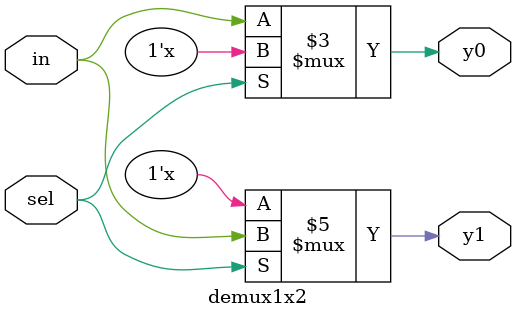
<source format=v>
module demux1x2(
input in,sel,
output reg y0,y1);

always @(*)begin
case(sel)
	1'b0 : y0=in;
	1'b1 : y1=in;
endcase

end

endmodule

</source>
